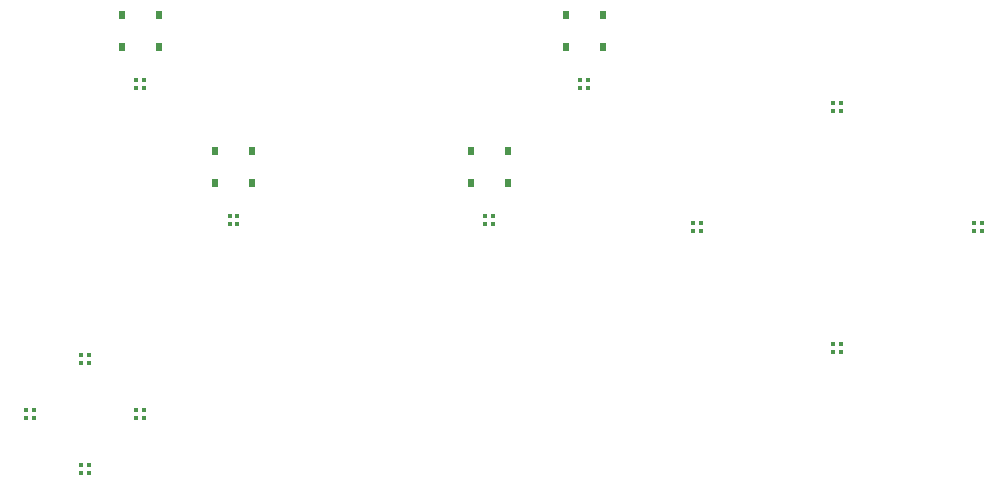
<source format=gbr>
G04 #@! TF.GenerationSoftware,KiCad,Pcbnew,7.0.6*
G04 #@! TF.CreationDate,2024-03-05T17:24:43-08:00*
G04 #@! TF.ProjectId,procon_button_board,70726f63-6f6e-45f6-9275-74746f6e5f62,rev?*
G04 #@! TF.SameCoordinates,Original*
G04 #@! TF.FileFunction,Paste,Top*
G04 #@! TF.FilePolarity,Positive*
%FSLAX46Y46*%
G04 Gerber Fmt 4.6, Leading zero omitted, Abs format (unit mm)*
G04 Created by KiCad (PCBNEW 7.0.6) date 2024-03-05 17:24:43*
%MOMM*%
%LPD*%
G01*
G04 APERTURE LIST*
%ADD10R,0.600000X0.650000*%
%ADD11R,0.370000X0.370000*%
G04 APERTURE END LIST*
D10*
X160198000Y-116611000D03*
X163298000Y-116611000D03*
X160198000Y-119361000D03*
X163298000Y-119361000D03*
X130498000Y-128111000D03*
X133598000Y-128111000D03*
X130498000Y-130861000D03*
X133598000Y-130861000D03*
D11*
X131713000Y-134321000D03*
X132383000Y-134321000D03*
X132383000Y-133651000D03*
X131713000Y-133651000D03*
D10*
X122598000Y-116611000D03*
X125698000Y-116611000D03*
X122598000Y-119361000D03*
X125698000Y-119361000D03*
D11*
X119143000Y-146106000D03*
X119813000Y-146106000D03*
X119813000Y-145436000D03*
X119143000Y-145436000D03*
X119143000Y-155406000D03*
X119813000Y-155406000D03*
X119813000Y-154736000D03*
X119143000Y-154736000D03*
X182843000Y-145131000D03*
X183513000Y-145131000D03*
X183513000Y-144461000D03*
X182843000Y-144461000D03*
X123813000Y-122821000D03*
X124483000Y-122821000D03*
X124483000Y-122151000D03*
X123813000Y-122151000D03*
X170943000Y-134931000D03*
X171613000Y-134931000D03*
X171613000Y-134261000D03*
X170943000Y-134261000D03*
X114493000Y-150756000D03*
X115163000Y-150756000D03*
X115163000Y-150086000D03*
X114493000Y-150086000D03*
X123793000Y-150756000D03*
X124463000Y-150756000D03*
X124463000Y-150086000D03*
X123793000Y-150086000D03*
X194743000Y-134931000D03*
X195413000Y-134931000D03*
X195413000Y-134261000D03*
X194743000Y-134261000D03*
X153363000Y-134321000D03*
X154033000Y-134321000D03*
X154033000Y-133651000D03*
X153363000Y-133651000D03*
X182843000Y-124731000D03*
X183513000Y-124731000D03*
X183513000Y-124061000D03*
X182843000Y-124061000D03*
D10*
X152148000Y-128111000D03*
X155248000Y-128111000D03*
X152148000Y-130861000D03*
X155248000Y-130861000D03*
D11*
X161413000Y-122821000D03*
X162083000Y-122821000D03*
X162083000Y-122151000D03*
X161413000Y-122151000D03*
M02*

</source>
